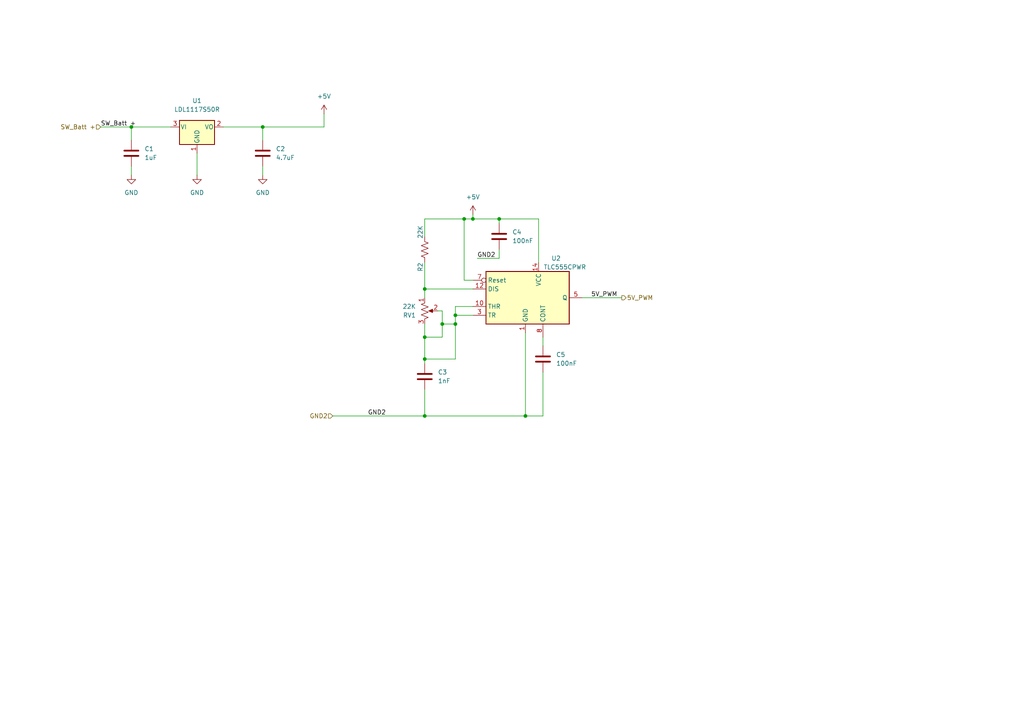
<source format=kicad_sch>
(kicad_sch (version 20211123) (generator eeschema)
  (paper "A4")
  (lib_symbols
    (symbol "Device:C" (pin_numbers hide) (pin_names (offset 0.254))
      (property "Reference" "C" (at 0.635 2.54 0))
      (property "Value" "C" (at 0.635 -2.54 0))
      (symbol "C_0_1"
        (polyline (pts (xy -2.032 -0.762) (xy 2.032 -0.762)) (stroke (width 0.508)))
        (polyline (pts (xy -2.032 0.762) (xy 2.032 0.762)) (stroke (width 0.508)))
      )
      (symbol "C_1_1"
        (pin passive line (at 0 3.81 270) (length 2.794) (name "~") (number "1"))
        (pin passive line (at 0 -3.81 90) (length 2.794) (name "~") (number "2"))
      )
    )
    (symbol "Device:R_Potentiometer_US" (pin_names (offset 1.016) hide)
      (property "Reference" "RV1" (at -2.54 1.2701 0))
      (property "Value" "22K" (at -2.54 -1.2699 0))
      (symbol "R_Potentiometer_US_0_1"
        (polyline (pts (xy 0 -2.286) (xy 0 -2.54)))
        (polyline (pts (xy 0 2.54) (xy 0 2.286)))
        (polyline (pts (xy 2.54 0) (xy 1.524 0)))
        (polyline (pts (xy 1.143 0) (xy 2.286 0.508) (xy 2.286 -0.508) (xy 1.143 0)) (fill (type outline)))
        (polyline (pts (xy 0 -0.762) (xy 1.016 -1.143) (xy 0 -1.524) (xy -1.016 -1.905) (xy 0 -2.286)))
        (polyline (pts (xy 0 0.762) (xy 1.016 0.381) (xy 0 0) (xy -1.016 -0.381) (xy 0 -0.762)))
        (polyline (pts (xy 0 2.286) (xy 1.016 1.905) (xy 0 1.524) (xy -1.016 1.143) (xy 0 0.762)))
      )
      (symbol "R_Potentiometer_US_1_1"
        (pin passive line (at 0 -3.81 90) (length 1.27) (name "1") (number "1"))
        (pin passive line (at 3.81 0 180) (length 1.27) (name "2") (number "2"))
        (pin passive line (at 0 3.81 270) (length 1.27) (name "3") (number "3"))
      )
    )
    (symbol "Device:R_US" (pin_numbers hide) (pin_names (offset 0))
      (property "Reference" "R" (at 2.54 0 90))
      (property "Value" "R_US" (at -2.54 0 90))
      (symbol "R_US_0_1"
        (polyline (pts (xy 0 -2.286) (xy 0 -2.54)))
        (polyline (pts (xy 0 2.286) (xy 0 2.54)))
        (polyline (pts (xy 0 -0.762) (xy 1.016 -1.143) (xy 0 -1.524) (xy -1.016 -1.905) (xy 0 -2.286)))
        (polyline (pts (xy 0 0.762) (xy 1.016 0.381) (xy 0 0) (xy -1.016 -0.381) (xy 0 -0.762)))
        (polyline (pts (xy 0 2.286) (xy 1.016 1.905) (xy 0 1.524) (xy -1.016 1.143) (xy 0 0.762)))
      )
      (symbol "R_US_1_1"
        (pin passive line (at 0 3.81 270) (length 1.27) (name "~") (number "1"))
        (pin passive line (at 0 -3.81 90) (length 1.27) (name "~") (number "2"))
      )
    )
    (symbol "Regulator_Linear:LDL1117S50R" (pin_names (offset 0.254))
      (property "Reference" "U" (at -3.81 3.175 0))
      (property "Value" "LDL1117S50R" (at 0 3.175 0))
      (symbol "LDL1117S50R_0_1"
        (rectangle (start -5.08 -5.08) (end 5.08 1.905) (stroke (width 0.254)) (fill (type background)))
      )
      (symbol "LDL1117S50R_1_1"
        (pin power_in line (at 0 -7.62 90) (length 2.54) (name "GND") (number "1"))
        (pin power_out line (at 7.62 0 180) (length 2.54) (name "VO") (number "2"))
        (pin power_in line (at -7.62 0 0) (length 2.54) (name "VI") (number "3"))
      )
    )
    (symbol "Timer:TLC555CPWR"
      (property "Reference" "U" (at -7.62 8.89 0))
      (property "Value" "TLC555CPWR" (at 5.08 8.89 0))
      (symbol "TLC555CPWR_0_0"
        (pin power_in line (at -1.27 -10.16 90) (length 2.54) (name "GND") (number "1"))
        (pin passive line (at 7.62 -10.16 90) (length 2.54) hide (name "NC") (number "11"))
        (pin passive line (at 7.62 -10.16 90) (length 2.54) hide (name "NC") (number "13"))
        (pin power_in line (at 2.54 10.16 270) (length 2.54) (name "VCC") (number "14"))
        (pin passive line (at 7.62 -10.16 90) (length 2.54) hide (name "NC") (number "2"))
        (pin passive line (at 7.62 -10.16 90) (length 2.54) hide (name "NC") (number "4"))
        (pin passive line (at 7.62 -10.16 90) (length 2.54) hide (name "NC") (number "6"))
        (pin passive line (at 7.62 -10.16 90) (length 2.54) hide (name "NC") (number "9"))
      )
      (symbol "TLC555CPWR_0_1"
        (rectangle (start -12.7 7.62) (end 11.43 -7.62) (stroke (width 0.254)) (fill (type background)))
        (rectangle (start -12.7 7.62) (end 11.43 -7.62) (stroke (width 0.254)) (fill (type background)))
      )
      (symbol "TLC555CPWR_1_1"
        (pin input line (at -16.51 -2.54 0) (length 3.81) (name "THR") (number "10"))
        (pin input line (at -16.51 2.54 0) (length 3.81) (name "DIS") (number "12"))
        (pin input line (at -16.51 -5.08 0) (length 3.81) (name "TR") (number "3"))
        (pin output line (at 15.24 0 180) (length 3.81) (name "Q") (number "5"))
        (pin input inverted (at -16.51 5.08 0) (length 3.81) (name "Reset") (number "7"))
        (pin input line (at 3.81 -11.43 90) (length 3.81) (name "CONT") (number "8"))
      )
    )
    (symbol "power:+5V" (power) (pin_names (offset 0))
      (property "Value" "+5V" (at 0 3.556 0))
      (symbol "+5V_0_1"
        (polyline (pts (xy -0.762 1.27) (xy 0 2.54)))
        (polyline (pts (xy 0 0) (xy 0 2.54)))
        (polyline (pts (xy 0 2.54) (xy 0.762 1.27)))
      )
      (symbol "+5V_1_1"
        (pin power_in line (at 0 0 90) (length 0) hide (name "+5V") (number "1"))
      )
    )
    (symbol "power:GND" (power) (pin_names (offset 0))
      (property "Value" "GND" (at 0 -3.81 0))
      (symbol "GND_0_1"
        (polyline (pts (xy 0 0) (xy 0 -1.27) (xy 1.27 -1.27) (xy 0 -2.54) (xy -1.27 -1.27) (xy 0 -1.27)))
      )
      (symbol "GND_1_1"
        (pin power_in line (at 0 0 270) (length 0) hide (name "GND") (number "1"))
      )
    )
  )
  (junction (at 123.19 104.14))
  (junction (at 123.19 97.79))
  (junction (at 134.62 63.5))
  (junction (at 132.08 93.98))
  (junction (at 137.16 63.5))
  (junction (at 123.19 83.82))
  (junction (at 123.19 120.65))
  (junction (at 38.1 36.83))
  (junction (at 76.2 36.83))
  (junction (at 152.4 120.65))
  (junction (at 132.08 91.44))
  (junction (at 144.78 63.5))
  (junction (at 128.27 93.98))
  (wire (pts (xy 144.78 63.5) (xy 144.78 64.77)))
  (wire (pts (xy 76.2 48.26) (xy 76.2 50.8)))
  (wire (pts (xy 168.91 86.36) (xy 180.34 86.36)))
  (wire (pts (xy 128.27 97.79) (xy 128.27 93.98)))
  (wire (pts (xy 128.27 93.98) (xy 132.08 93.98)))
  (wire (pts (xy 152.4 96.52) (xy 152.4 120.65)))
  (wire (pts (xy 144.78 63.5) (xy 156.21 63.5)))
  (wire (pts (xy 57.15 44.45) (xy 57.15 50.8)))
  (wire (pts (xy 93.98 36.83) (xy 76.2 36.83)))
  (wire (pts (xy 123.19 120.65) (xy 152.4 120.65)))
  (wire (pts (xy 96.52 120.65) (xy 123.19 120.65)))
  (wire (pts (xy 138.43 74.93) (xy 144.78 74.93)))
  (wire (pts (xy 123.19 63.5) (xy 123.19 68.58)))
  (wire (pts (xy 137.16 62.23) (xy 137.16 63.5)))
  (wire (pts (xy 157.48 97.79) (xy 157.48 100.33)))
  (wire (pts (xy 76.2 36.83) (xy 64.77 36.83)))
  (wire (pts (xy 156.21 63.5) (xy 156.21 76.2)))
  (wire (pts (xy 137.16 81.28) (xy 134.62 81.28)))
  (wire (pts (xy 29.21 36.83) (xy 38.1 36.83)))
  (wire (pts (xy 132.08 88.9) (xy 132.08 91.44)))
  (wire (pts (xy 134.62 81.28) (xy 134.62 63.5)))
  (wire (pts (xy 128.27 90.17) (xy 127 90.17)))
  (wire (pts (xy 144.78 72.39) (xy 144.78 74.93)))
  (wire (pts (xy 137.16 88.9) (xy 132.08 88.9)))
  (wire (pts (xy 123.19 76.2) (xy 123.19 83.82)))
  (wire (pts (xy 123.19 104.14) (xy 123.19 105.41)))
  (wire (pts (xy 137.16 91.44) (xy 132.08 91.44)))
  (wire (pts (xy 93.98 33.02) (xy 93.98 36.83)))
  (wire (pts (xy 123.19 113.03) (xy 123.19 120.65)))
  (wire (pts (xy 38.1 48.26) (xy 38.1 50.8)))
  (wire (pts (xy 128.27 93.98) (xy 128.27 90.17)))
  (wire (pts (xy 132.08 91.44) (xy 132.08 93.98)))
  (wire (pts (xy 38.1 36.83) (xy 38.1 40.64)))
  (wire (pts (xy 123.19 63.5) (xy 134.62 63.5)))
  (wire (pts (xy 123.19 97.79) (xy 128.27 97.79)))
  (wire (pts (xy 132.08 93.98) (xy 132.08 104.14)))
  (wire (pts (xy 123.19 93.98) (xy 123.19 97.79)))
  (wire (pts (xy 38.1 36.83) (xy 49.53 36.83)))
  (wire (pts (xy 123.19 83.82) (xy 137.16 83.82)))
  (wire (pts (xy 123.19 97.79) (xy 123.19 104.14)))
  (wire (pts (xy 123.19 83.82) (xy 123.19 86.36)))
  (wire (pts (xy 157.48 107.95) (xy 157.48 120.65)))
  (wire (pts (xy 137.16 63.5) (xy 144.78 63.5)))
  (wire (pts (xy 132.08 104.14) (xy 123.19 104.14)))
  (wire (pts (xy 76.2 40.64) (xy 76.2 36.83)))
  (wire (pts (xy 134.62 63.5) (xy 137.16 63.5)))
  (wire (pts (xy 152.4 120.65) (xy 157.48 120.65)))
  (label "5V_PWM" (at 179.07 86.36 180))
  (label "GND2" (at 106.68 120.65 0))
  (label "GND2" (at 138.43 74.93 0))
  (label "SW_Batt +" (at 29.21 36.83 0))
  (hierarchical_label "SW_Batt +" (shape input) (at 29.21 36.83 180))
  (hierarchical_label "5V_PWM" (shape output) (at 180.34 86.36 0))
  (hierarchical_label "GND2" (shape input) (at 96.52 120.65 180))
  (symbol (lib_id "power:GND") (at 76.2 50.8 0) (unit 1)
    (property "Reference" "#PWR07" (effects hide))
    (property "Value" "GND" (at 76.2 55.88 0))
  )
  (symbol (lib_id "Device:C") (at 144.78 68.58 0) (unit 1)
    (property "Reference" "C4" (at 148.59 67.3099 0) (effects (justify left)))
    (property "Value" "100nF" (at 148.59 69.8499 0) (effects (justify left)))
    (property "Footprint" "Capacitor_SMD:C_0805_2012Metric_Pad1.18x1.45mm_HandSolder" (effects hide))
    (property "Datasheet" "https://www.seielect.com/Catalog/SEI-CML.PDF" (effects hide))
    (property "Digikey link" "https://www.digikey.ca/en/products/detail/stackpole-electronics-inc/CML0805Y5V104ZT50V/10660028" (effects hide))
    (property "Part number" "CML0805Y5V104ZT50V" (effects hide))
  )
  (symbol (lib_id "power:+5V") (at 137.16 62.23 0) (unit 1)
    (property "Reference" "#PWR09" (effects hide))
    (property "Value" "+5V" (at 137.16 57.15 0))
  )
  (symbol (lib_id "Regulator_Linear:LDL1117S50R") (at 57.15 36.83 0) (unit 1)
    (property "Reference" "U1" (at 57.15 29.21 0))
    (property "Value" "LDL1117S50R" (at 57.15 31.75 0))
    (property "Footprint" "Package_TO_SOT_SMD:SOT-223-3_TabPin2" (effects hide))
    (property "Datasheet" "https://www.st.com/content/ccc/resource/technical/document/datasheet/group3/0e/5a/00/ca/10/1a/4f/a5/DM00366442/files/DM00366442.pdf/jcr:content/translations/en.DM00366442.pdf" (effects hide))
    (property "Digikey link" "https://www.digikey.ca/en/products/detail/stmicroelectronics/LDL1117S50R/7102072?s=N4IgTCBcDaIDYBM4EZUHYDOBWADAJxAF0BfIA" (effects hide))
    (property "Part number" "LDL1117S50R" (effects hide))
  )
  (symbol (lib_id "Device:R_US") (at 123.19 72.39 0) (unit 1)
    (property "Reference" "R2" (at 121.92 77.47 90))
    (property "Value" "22K" (at 121.92 67.31 90))
    (property "Footprint" "Resistor_SMD:R_0805_2012Metric_Pad1.20x1.40mm_HandSolder" (effects hide))
  )
  (symbol (lib_id "Device:C") (at 76.2 44.45 0) (unit 1)
    (property "Reference" "C2" (at 80.01 43.1799 0) (effects (justify left)))
    (property "Value" "4.7uF" (at 80.01 45.7199 0) (effects (justify left)))
    (property "Footprint" "Capacitor_SMD:C_0805_2012Metric_Pad1.18x1.45mm_HandSolder" (effects hide))
    (property "Datasheet" "https://media.digikey.com/pdf/Data%20Sheets/Samsung%20PDFs/CL21A475KAQNNNG_DS.pdf" (effects hide))
    (property "Digikey link" "https://www.digikey.ca/en/products/detail/samsung-electro-mechanics/CL21A475KAQNNNG/3894439" (effects hide))
    (property "Part number" "CL21A475KAQNNNG" (effects hide))
  )
  (symbol (lib_id "power:GND") (at 57.15 50.8 0) (unit 1)
    (property "Reference" "#PWR06" (effects hide))
    (property "Value" "GND" (at 57.15 55.88 0))
  )
  (symbol (lib_id "Device:C") (at 38.1 44.45 0) (unit 1)
    (property "Reference" "C1" (at 41.91 43.1799 0) (effects (justify left)))
    (property "Value" "1uF" (at 41.91 45.7199 0) (effects (justify left)))
    (property "Footprint" "Capacitor_SMD:C_0805_2012Metric_Pad1.18x1.45mm_HandSolder" (effects hide))
    (property "Datasheet" "https://media.digikey.com/pdf/Data%20Sheets/Samsung%20PDFs/CL21B105KAFNNNE_Spec.pdf" (effects hide))
    (property "Digikey link" "https://www.digikey.ca/en/products/detail/samsung-electro-mechanics/CL21B105KAFNNNE/3886724" (effects hide))
    (property "Part number" "CL21B105KAFNNNE" (effects hide))
  )
  (symbol (lib_id "power:GND") (at 38.1 50.8 0) (unit 1)
    (property "Reference" "#PWR05" (effects hide))
    (property "Value" "GND" (at 38.1 55.88 0))
  )
  (symbol (lib_id "Device:R_Potentiometer_US") (at 123.19 90.17 0) (mirror x) (unit 1)
    (property "Reference" "RV1" (at 120.65 91.4401 0) (effects (justify right)))
    (property "Value" "22K" (at 120.65 88.9001 0) (effects (justify right)))
    (property "Footprint" "Potentiometer_THT:PC16SH-10IP06-223A2020-TA" (effects hide))
    (property "Datasheet" "https://www.piher.net/pdf/20-PC16v03.pdf" (effects hide))
    (property "Part number" "PC16SH-10IP06-223A2020-TA" (effects hide))
    (property "Digikey link" "https://www.digikey.ca/en/products/detail/amphenol-piher-sensing-systems/PC16SH-10IP06-223A2020-TA/16028525?s=N4IgTCBcDaIIwE4EGYC0AFAwnAbAZQAlU4AGASXRJ1TDGQEEwSnUAVe1AOQBEQBdAL5A" (effects hide))
  )
  (symbol (lib_id "power:+5V") (at 93.98 33.02 0) (unit 1)
    (property "Reference" "#PWR08" (effects hide))
    (property "Value" "+5V" (at 93.98 27.94 0))
  )
  (symbol (lib_id "Device:C") (at 123.19 109.22 0) (unit 1)
    (property "Reference" "C3" (at 127 107.9499 0) (effects (justify left)))
    (property "Value" "1nF" (at 127 110.4899 0) (effects (justify left)))
    (property "Footprint" "Capacitor_SMD:C_0805_2012Metric_Pad1.18x1.45mm_HandSolder" (effects hide))
    (property "Datasheet" "https://datasheets.kyocera-avx.com/X7RDielectric.pdf" (effects hide))
    (property "Digikey link" "https://www.digikey.ca/en/products/detail/kyocera-avx/08055C102KAT2A/563481" (effects hide))
    (property "Part number" "08055C102KAT2A" (effects hide))
  )
  (symbol (lib_id "Device:C") (at 157.48 104.14 0) (unit 1)
    (property "Reference" "C5" (at 161.29 102.8699 0) (effects (justify left)))
    (property "Value" "100nF" (at 161.29 105.4099 0) (effects (justify left)))
    (property "Footprint" "Capacitor_SMD:C_0805_2012Metric_Pad1.18x1.45mm_HandSolder" (effects hide))
    (property "Datasheet" "https://www.seielect.com/Catalog/SEI-CML.PDF" (effects hide))
    (property "Digikey link" "https://www.digikey.ca/en/products/detail/stackpole-electronics-inc/CML0805Y5V104ZT50V/10660028" (effects hide))
    (property "Part number" "CML0805Y5V104ZT50V" (effects hide))
  )
  (symbol (lib_id "Timer:TLC555CPWR") (at 153.67 86.36 0) (unit 1)
    (property "Reference" "U2" (at 161.29 74.93 0))
    (property "Value" "TLC555CPWR" (at 163.83 77.47 0))
    (property "Footprint" "Package_SO:TSSOP-14_4.4x5mm_P0.65mm" (effects hide))
    (property "Datasheet" "http://www.ti.com/lit/ds/symlink/lm555.pdf" (effects hide))
    (property "Part number" "TLC555CPWR" (effects hide))
    (property "Digikey link" "https://www.digikey.ca/en/products/detail/texas-instruments/TLC555CPWR/381096" (effects hide))
  )
)
</source>
